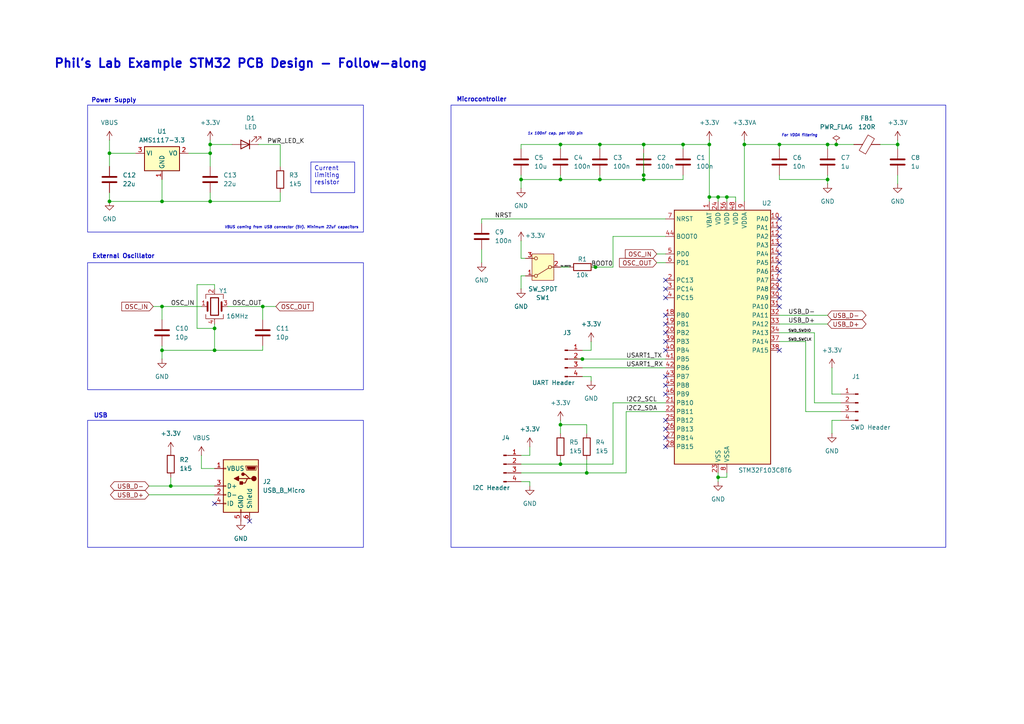
<source format=kicad_sch>
(kicad_sch (version 20231120) (generator "eeschema") (generator_version "8.0")
  (paper "A4")
  (title_block (title "Phil's Lab Example STM32 PCB Design - Follow-along") (date "2024-10-08") (rev "0.1") (company "Tudor Donca"))
  (lib_symbols
    (symbol "Connector:Conn_01x04_Pin" (pin_names (offset 1.016) hide)
      (property "Reference" "J" (at 0 5.08 0))
      (property "Value" "Conn_01x04_Pin" (at 0 -7.62 0))
      (symbol "Conn_01x04_Pin_1_1"
        (polyline (pts (xy 1.27 -5.08) (xy 0.8636 -5.08)) (stroke (width 0.1524)))
        (polyline (pts (xy 1.27 -2.54) (xy 0.8636 -2.54)) (stroke (width 0.1524)))
        (polyline (pts (xy 1.27 0) (xy 0.8636 0)) (stroke (width 0.1524)))
        (polyline (pts (xy 1.27 2.54) (xy 0.8636 2.54)) (stroke (width 0.1524)))
        (rectangle (start 0.8636 -4.953) (end 0 -5.207) (stroke (width 0.1524)) (fill (type outline)))
        (rectangle (start 0.8636 -2.413) (end 0 -2.667) (stroke (width 0.1524)) (fill (type outline)))
        (rectangle (start 0.8636 0.127) (end 0 -0.127) (stroke (width 0.1524)) (fill (type outline)))
        (rectangle (start 0.8636 2.667) (end 0 2.413) (stroke (width 0.1524)) (fill (type outline)))
        (pin passive line (at 5.08 2.54 180) (length 3.81) (name "Pin_1") (number "1"))
        (pin passive line (at 5.08 0 180) (length 3.81) (name "Pin_2") (number "2"))
        (pin passive line (at 5.08 -2.54 180) (length 3.81) (name "Pin_3") (number "3"))
        (pin passive line (at 5.08 -5.08 180) (length 3.81) (name "Pin_4") (number "4"))
      )
    )
    (symbol "Connector:USB_B_Micro" (pin_names (offset 1.016))
      (property "Reference" "J" (at -5.08 11.43 0))
      (property "Value" "USB_B_Micro" (at -5.08 8.89 0))
      (symbol "USB_B_Micro_0_1"
        (rectangle (start -5.08 -7.62) (end 5.08 7.62) (stroke (width 0.254)) (fill (type background)))
        (circle (center -3.81 2.159) (radius 0.635) (stroke (width 0.254)) (fill (type outline)))
        (circle (center -0.635 3.429) (radius 0.381) (stroke (width 0.254)) (fill (type outline)))
        (rectangle (start -0.127 -7.62) (end 0.127 -6.858))
        (polyline (pts (xy -1.905 2.159) (xy 0.635 2.159)) (stroke (width 0.254)))
        (polyline (pts (xy -3.175 2.159) (xy -2.54 2.159) (xy -1.27 3.429) (xy -0.635 3.429)) (stroke (width 0.254)))
        (polyline (pts (xy -2.54 2.159) (xy -1.905 2.159) (xy -1.27 0.889) (xy 0 0.889)) (stroke (width 0.254)))
        (polyline (pts (xy 0.635 2.794) (xy 0.635 1.524) (xy 1.905 2.159) (xy 0.635 2.794)) (stroke (width 0.254)) (fill (type outline)))
        (polyline (pts (xy -4.318 5.588) (xy -1.778 5.588) (xy -2.032 4.826) (xy -4.064 4.826) (xy -4.318 5.588)) (fill (type outline)))
        (polyline (pts (xy -4.699 5.842) (xy -4.699 5.588) (xy -4.445 4.826) (xy -4.445 4.572) (xy -1.651 4.572) (xy -1.651 4.826) (xy -1.397 5.588) (xy -1.397 5.842) (xy -4.699 5.842)))
        (rectangle (start 0.254 1.27) (end -0.508 0.508) (stroke (width 0.254)) (fill (type outline)))
        (rectangle (start 5.08 -5.207) (end 4.318 -4.953))
        (rectangle (start 5.08 -2.667) (end 4.318 -2.413))
        (rectangle (start 5.08 -0.127) (end 4.318 0.127))
        (rectangle (start 5.08 4.953) (end 4.318 5.207))
      )
      (symbol "USB_B_Micro_1_1"
        (pin power_out line (at 7.62 5.08 180) (length 2.54) (name "VBUS") (number "1"))
        (pin bidirectional line (at 7.62 -2.54 180) (length 2.54) (name "D-") (number "2"))
        (pin bidirectional line (at 7.62 0 180) (length 2.54) (name "D+") (number "3"))
        (pin passive line (at 7.62 -5.08 180) (length 2.54) (name "ID") (number "4"))
        (pin power_out line (at 0 -10.16 90) (length 2.54) (name "GND") (number "5"))
        (pin passive line (at -2.54 -10.16 90) (length 2.54) (name "Shield") (number "6"))
      )
    )
    (symbol "Device:C" (pin_numbers hide) (pin_names (offset 0.254))
      (property "Reference" "C" (at 0.635 2.54 0))
      (property "Value" "C" (at 0.635 -2.54 0))
      (symbol "C_0_1"
        (polyline (pts (xy -2.032 -0.762) (xy 2.032 -0.762)) (stroke (width 0.508)))
        (polyline (pts (xy -2.032 0.762) (xy 2.032 0.762)) (stroke (width 0.508)))
      )
      (symbol "C_1_1"
        (pin passive line (at 0 3.81 270) (length 2.794) (name "~") (number "1"))
        (pin passive line (at 0 -3.81 90) (length 2.794) (name "~") (number "2"))
      )
    )
    (symbol "Device:Crystal_GND24" (pin_names (offset 1.016) hide)
      (property "Reference" "Y" (at 3.175 5.08 0))
      (property "Value" "Crystal_GND24" (at 3.175 3.175 0))
      (symbol "Crystal_GND24_0_1"
        (rectangle (start -1.143 2.54) (end 1.143 -2.54) (stroke (width 0.3048)))
        (polyline (pts (xy -2.54 0) (xy -2.032 0)))
        (polyline (pts (xy -2.032 -1.27) (xy -2.032 1.27)) (stroke (width 0.508)))
        (polyline (pts (xy 0 -3.81) (xy 0 -3.556)))
        (polyline (pts (xy 0 3.556) (xy 0 3.81)))
        (polyline (pts (xy 2.032 -1.27) (xy 2.032 1.27)) (stroke (width 0.508)))
        (polyline (pts (xy 2.032 0) (xy 2.54 0)))
        (polyline (pts (xy -2.54 -2.286) (xy -2.54 -3.556) (xy 2.54 -3.556) (xy 2.54 -2.286)))
        (polyline (pts (xy -2.54 2.286) (xy -2.54 3.556) (xy 2.54 3.556) (xy 2.54 2.286)))
      )
      (symbol "Crystal_GND24_1_1"
        (pin passive line (at -3.81 0 0) (length 1.27) (name "1") (number "1"))
        (pin passive line (at 0 5.08 270) (length 1.27) (name "2") (number "2"))
        (pin passive line (at 3.81 0 180) (length 1.27) (name "3") (number "3"))
        (pin passive line (at 0 -5.08 90) (length 1.27) (name "4") (number "4"))
      )
    )
    (symbol "Device:FerriteBead" (pin_numbers hide) (pin_names (offset 0))
      (property "Reference" "FB" (at -3.81 0.635 90))
      (property "Value" "FerriteBead" (at 3.81 0 90))
      (symbol "FerriteBead_0_1"
        (polyline (pts (xy 0 -1.27) (xy 0 -1.2192)))
        (polyline (pts (xy 0 1.27) (xy 0 1.2954)))
        (polyline (pts (xy -2.7686 0.4064) (xy -1.7018 2.2606) (xy 2.7686 -0.3048) (xy 1.6764 -2.159) (xy -2.7686 0.4064)))
      )
      (symbol "FerriteBead_1_1"
        (pin passive line (at 0 3.81 270) (length 2.54) (name "~") (number "1"))
        (pin passive line (at 0 -3.81 90) (length 2.54) (name "~") (number "2"))
      )
    )
    (symbol "Device:LED" (pin_numbers hide) (pin_names (offset 1.016) hide)
      (property "Reference" "D" (at 0 2.54 0))
      (property "Value" "LED" (at 0 -2.54 0))
      (symbol "LED_0_1"
        (polyline (pts (xy -1.27 -1.27) (xy -1.27 1.27)) (stroke (width 0.254)))
        (polyline (pts (xy -1.27 0) (xy 1.27 0)))
        (polyline (pts (xy 1.27 -1.27) (xy 1.27 1.27) (xy -1.27 0) (xy 1.27 -1.27)) (stroke (width 0.254)))
        (polyline (pts (xy -3.048 -0.762) (xy -4.572 -2.286) (xy -3.81 -2.286) (xy -4.572 -2.286) (xy -4.572 -1.524)))
        (polyline (pts (xy -1.778 -0.762) (xy -3.302 -2.286) (xy -2.54 -2.286) (xy -3.302 -2.286) (xy -3.302 -1.524)))
      )
      (symbol "LED_1_1"
        (pin passive line (at -3.81 0 0) (length 2.54) (name "K") (number "1"))
        (pin passive line (at 3.81 0 180) (length 2.54) (name "A") (number "2"))
      )
    )
    (symbol "Device:R" (pin_numbers hide) (pin_names (offset 0))
      (property "Reference" "R" (at 2.032 0 90))
      (property "Value" "R" (at 0 0 90))
      (symbol "R_0_1"
        (rectangle (start -1.016 -2.54) (end 1.016 2.54) (stroke (width 0.254)))
      )
      (symbol "R_1_1"
        (pin passive line (at 0 3.81 270) (length 1.27) (name "~") (number "1"))
        (pin passive line (at 0 -3.81 90) (length 1.27) (name "~") (number "2"))
      )
    )
    (symbol "MCU_ST_STM32F1:STM32F103C8Tx"
      (property "Reference" "U" (at -12.7 39.37 0))
      (property "Value" "STM32F103C8Tx" (at 10.16 39.37 0))
      (symbol "STM32F103C8Tx_0_1"
        (rectangle (start -12.7 -35.56) (end 15.24 38.1) (stroke (width 0.254)) (fill (type background)))
      )
      (symbol "STM32F103C8Tx_1_1"
        (pin power_in line (at -2.54 40.64 270) (length 2.54) (name "VBAT") (number "1"))
        (pin bidirectional line (at 17.78 35.56 180) (length 2.54) (name "PA0") (number "10"))
        (pin bidirectional line (at 17.78 33.02 180) (length 2.54) (name "PA1") (number "11"))
        (pin bidirectional line (at 17.78 30.48 180) (length 2.54) (name "PA2") (number "12"))
        (pin bidirectional line (at 17.78 27.94 180) (length 2.54) (name "PA3") (number "13"))
        (pin bidirectional line (at 17.78 25.4 180) (length 2.54) (name "PA4") (number "14"))
        (pin bidirectional line (at 17.78 22.86 180) (length 2.54) (name "PA5") (number "15"))
        (pin bidirectional line (at 17.78 20.32 180) (length 2.54) (name "PA6") (number "16"))
        (pin bidirectional line (at 17.78 17.78 180) (length 2.54) (name "PA7") (number "17"))
        (pin bidirectional line (at -15.24 7.62 0) (length 2.54) (name "PB0") (number "18"))
        (pin bidirectional line (at -15.24 5.08 0) (length 2.54) (name "PB1") (number "19"))
        (pin bidirectional line (at -15.24 17.78 0) (length 2.54) (name "PC13") (number "2"))
        (pin bidirectional line (at -15.24 2.54 0) (length 2.54) (name "PB2") (number "20"))
        (pin bidirectional line (at -15.24 -17.78 0) (length 2.54) (name "PB10") (number "21"))
        (pin bidirectional line (at -15.24 -20.32 0) (length 2.54) (name "PB11") (number "22"))
        (pin power_in line (at 0 -38.1 90) (length 2.54) (name "VSS") (number "23"))
        (pin power_in line (at 0 40.64 270) (length 2.54) (name "VDD") (number "24"))
        (pin bidirectional line (at -15.24 -22.86 0) (length 2.54) (name "PB12") (number "25"))
        (pin bidirectional line (at -15.24 -25.4 0) (length 2.54) (name "PB13") (number "26"))
        (pin bidirectional line (at -15.24 -27.94 0) (length 2.54) (name "PB14") (number "27"))
        (pin bidirectional line (at -15.24 -30.48 0) (length 2.54) (name "PB15") (number "28"))
        (pin bidirectional line (at 17.78 15.24 180) (length 2.54) (name "PA8") (number "29"))
        (pin bidirectional line (at -15.24 15.24 0) (length 2.54) (name "PC14") (number "3"))
        (pin bidirectional line (at 17.78 12.7 180) (length 2.54) (name "PA9") (number "30"))
        (pin bidirectional line (at 17.78 10.16 180) (length 2.54) (name "PA10") (number "31"))
        (pin bidirectional line (at 17.78 7.62 180) (length 2.54) (name "PA11") (number "32"))
        (pin bidirectional line (at 17.78 5.08 180) (length 2.54) (name "PA12") (number "33"))
        (pin bidirectional line (at 17.78 2.54 180) (length 2.54) (name "PA13") (number "34"))
        (pin passive line (at 0 -38.1 90) (length 2.54) hide (name "VSS") (number "35"))
        (pin power_in line (at 2.54 40.64 270) (length 2.54) (name "VDD") (number "36"))
        (pin bidirectional line (at 17.78 0 180) (length 2.54) (name "PA14") (number "37"))
        (pin bidirectional line (at 17.78 -2.54 180) (length 2.54) (name "PA15") (number "38"))
        (pin bidirectional line (at -15.24 0 0) (length 2.54) (name "PB3") (number "39"))
        (pin bidirectional line (at -15.24 12.7 0) (length 2.54) (name "PC15") (number "4"))
        (pin bidirectional line (at -15.24 -2.54 0) (length 2.54) (name "PB4") (number "40"))
        (pin bidirectional line (at -15.24 -5.08 0) (length 2.54) (name "PB5") (number "41"))
        (pin bidirectional line (at -15.24 -7.62 0) (length 2.54) (name "PB6") (number "42"))
        (pin bidirectional line (at -15.24 -10.16 0) (length 2.54) (name "PB7") (number "43"))
        (pin input line (at -15.24 30.48 0) (length 2.54) (name "BOOT0") (number "44"))
        (pin bidirectional line (at -15.24 -12.7 0) (length 2.54) (name "PB8") (number "45"))
        (pin bidirectional line (at -15.24 -15.24 0) (length 2.54) (name "PB9") (number "46"))
        (pin passive line (at 0 -38.1 90) (length 2.54) hide (name "VSS") (number "47"))
        (pin power_in line (at 5.08 40.64 270) (length 2.54) (name "VDD") (number "48"))
        (pin bidirectional line (at -15.24 25.4 0) (length 2.54) (name "PD0") (number "5"))
        (pin bidirectional line (at -15.24 22.86 0) (length 2.54) (name "PD1") (number "6"))
        (pin input line (at -15.24 35.56 0) (length 2.54) (name "NRST") (number "7"))
        (pin power_in line (at 2.54 -38.1 90) (length 2.54) (name "VSSA") (number "8"))
        (pin power_in line (at 7.62 40.64 270) (length 2.54) (name "VDDA") (number "9"))
      )
    )
    (symbol "Regulator_Linear:AMS1117-3.3"
      (property "Reference" "U" (at -3.81 3.175 0))
      (property "Value" "AMS1117-3.3" (at 0 3.175 0))
      (symbol "AMS1117-3.3_0_1"
        (rectangle (start -5.08 -5.08) (end 5.08 1.905) (stroke (width 0.254)) (fill (type background)))
      )
      (symbol "AMS1117-3.3_1_1"
        (pin power_in line (at 0 -7.62 90) (length 2.54) (name "GND") (number "1"))
        (pin power_out line (at 7.62 0 180) (length 2.54) (name "VO") (number "2"))
        (pin power_in line (at -7.62 0 0) (length 2.54) (name "VI") (number "3"))
      )
    )
    (symbol "Switch:SW_SPDT" (pin_names (offset 0) hide)
      (property "Reference" "SW" (at 0 5.08 0))
      (property "Value" "SW_SPDT" (at 0 -5.08 0))
      (symbol "SW_SPDT_0_1"
        (circle (center -2.032 0) (radius 0.4572))
        (polyline (pts (xy -1.651 0.254) (xy 1.651 2.286)))
        (circle (center 2.032 -2.54) (radius 0.4572))
        (circle (center 2.032 2.54) (radius 0.4572))
      )
      (symbol "SW_SPDT_1_1"
        (rectangle (start -3.175 3.81) (end 3.175 -3.81) (fill (type background)))
        (pin passive line (at 5.08 2.54 180) (length 2.54) (name "A") (number "1"))
        (pin passive line (at -5.08 0 0) (length 2.54) (name "B") (number "2"))
        (pin passive line (at 5.08 -2.54 180) (length 2.54) (name "C") (number "3"))
      )
    )
    (symbol "power:+3.3V" (power) (pin_numbers hide) (pin_names (offset 0) hide)
      (property "Value" "+3.3V" (at 0 3.556 0))
      (symbol "+3.3V_0_1"
        (polyline (pts (xy -0.762 1.27) (xy 0 2.54)))
        (polyline (pts (xy 0 0) (xy 0 2.54)))
        (polyline (pts (xy 0 2.54) (xy 0.762 1.27)))
      )
      (symbol "+3.3V_1_1"
        (pin power_in line (at 0 0 90) (length 0) (name "~") (number "1"))
      )
    )
    (symbol "power:+3.3VA" (power) (pin_numbers hide) (pin_names (offset 0) hide)
      (property "Value" "+3.3VA" (at 0 3.556 0))
      (symbol "+3.3VA_0_1"
        (polyline (pts (xy -0.762 1.27) (xy 0 2.54)))
        (polyline (pts (xy 0 0) (xy 0 2.54)))
        (polyline (pts (xy 0 2.54) (xy 0.762 1.27)))
      )
      (symbol "+3.3VA_1_1"
        (pin power_in line (at 0 0 90) (length 0) (name "~") (number "1"))
      )
    )
    (symbol "power:GND" (power) (pin_numbers hide) (pin_names (offset 0) hide)
      (property "Value" "GND" (at 0 -3.81 0))
      (symbol "GND_0_1"
        (polyline (pts (xy 0 0) (xy 0 -1.27) (xy 1.27 -1.27) (xy 0 -2.54) (xy -1.27 -1.27) (xy 0 -1.27)))
      )
      (symbol "GND_1_1"
        (pin power_in line (at 0 0 270) (length 0) (name "~") (number "1"))
      )
    )
    (symbol "power:PWR_FLAG" (power) (pin_numbers hide) (pin_names (offset 0) hide)
      (property "Value" "PWR_FLAG" (at 0 3.81 0))
      (symbol "PWR_FLAG_0_0"
        (pin power_out line (at 0 0 90) (length 0) (name "~") (number "1"))
      )
      (symbol "PWR_FLAG_0_1"
        (polyline (pts (xy 0 0) (xy 0 1.27) (xy -1.016 1.905) (xy 0 2.54) (xy 1.016 1.905) (xy 0 1.27)))
      )
    )
    (symbol "power:VBUS" (power) (pin_numbers hide) (pin_names (offset 0) hide)
      (property "Value" "VBUS" (at 0 3.556 0))
      (symbol "VBUS_0_1"
        (polyline (pts (xy -0.762 1.27) (xy 0 2.54)))
        (polyline (pts (xy 0 0) (xy 0 2.54)))
        (polyline (pts (xy 0 2.54) (xy 0.762 1.27)))
      )
      (symbol "VBUS_1_1"
        (pin power_in line (at 0 0 90) (length 0) (name "~") (number "1"))
      )
    )
  )
  (junction (at 162.56 41.91))
  (junction (at 62.23 101.6))
  (junction (at 62.23 95.25))
  (junction (at 46.99 58.42))
  (junction (at 205.74 57.15))
  (junction (at 210.82 57.15))
  (junction (at 60.96 41.91))
  (junction (at 31.75 44.45))
  (junction (at 226.06 41.91))
  (junction (at 162.56 52.07))
  (junction (at 173.99 41.91))
  (junction (at 186.69 52.07))
  (junction (at 168.91 104.14))
  (junction (at 186.69 41.91))
  (junction (at 162.56 123.19))
  (junction (at 240.03 41.91))
  (junction (at 240.03 52.07))
  (junction (at 162.56 134.62))
  (junction (at 46.99 101.6))
  (junction (at 31.75 58.42))
  (junction (at 215.9 41.91))
  (junction (at 60.96 58.42))
  (junction (at 76.2 88.9))
  (junction (at 205.74 41.91))
  (junction (at 173.99 52.07))
  (junction (at 208.28 57.15))
  (junction (at 208.28 138.43))
  (junction (at 198.12 41.91))
  (junction (at 172.72 77.47))
  (junction (at 260.35 41.91))
  (junction (at 170.18 137.16))
  (junction (at 49.53 140.97))
  (junction (at 60.96 44.45))
  (junction (at 151.13 52.07))
  (junction (at 242.57 41.91))
  (junction (at 46.99 88.9))
  (junction (at 186.69 50.8))
  (no_connect (at 193.04 109.22))
  (no_connect (at 226.06 76.2))
  (no_connect (at 226.06 71.12))
  (no_connect (at 226.06 81.28))
  (no_connect (at 226.06 88.9))
  (no_connect (at 226.06 86.36))
  (no_connect (at 226.06 68.58))
  (no_connect (at 193.04 83.82))
  (no_connect (at 193.04 81.28))
  (no_connect (at 72.39 151.13))
  (no_connect (at 62.23 146.05))
  (no_connect (at 193.04 99.06))
  (no_connect (at 226.06 63.5))
  (no_connect (at 193.04 124.46))
  (no_connect (at 226.06 101.6))
  (no_connect (at 193.04 127))
  (no_connect (at 226.06 73.66))
  (no_connect (at 193.04 129.54))
  (no_connect (at 193.04 101.6))
  (no_connect (at 226.06 78.74))
  (no_connect (at 193.04 121.92))
  (no_connect (at 193.04 114.3))
  (no_connect (at 193.04 93.98))
  (no_connect (at 226.06 83.82))
  (no_connect (at 193.04 86.36))
  (no_connect (at 193.04 96.52))
  (no_connect (at 193.04 111.76))
  (no_connect (at 226.06 66.04))
  (no_connect (at 193.04 91.44))
  (wire (pts (xy 205.74 40.64) (xy 205.74 41.91)))
  (wire (pts (xy 210.82 138.43) (xy 210.82 137.16)))
  (wire (pts (xy 215.9 41.91) (xy 226.06 41.91)))
  (wire (pts (xy 62.23 135.89) (xy 58.42 135.89)))
  (wire (pts (xy 31.75 44.45) (xy 39.37 44.45)))
  (wire (pts (xy 60.96 41.91) (xy 60.96 44.45)))
  (wire (pts (xy 171.45 109.22) (xy 168.91 109.22)))
  (wire (pts (xy 62.23 93.98) (xy 62.23 95.25)))
  (wire (pts (xy 153.67 140.97) (xy 153.67 139.7)))
  (wire (pts (xy 162.56 121.92) (xy 162.56 123.19)))
  (wire (pts (xy 170.18 125.73) (xy 170.18 123.19)))
  (wire (pts (xy 57.15 95.25) (xy 62.23 95.25)))
  (wire (pts (xy 190.5 76.2) (xy 193.04 76.2)))
  (wire (pts (xy 46.99 58.42) (xy 60.96 58.42)))
  (wire (pts (xy 57.15 82.55) (xy 57.15 95.25)))
  (wire (pts (xy 31.75 40.64) (xy 31.75 44.45)))
  (wire (pts (xy 46.99 88.9) (xy 58.42 88.9)))
  (wire (pts (xy 151.13 80.01) (xy 151.13 83.82)))
  (wire (pts (xy 31.75 55.88) (xy 31.75 58.42)))
  (wire (pts (xy 170.18 133.35) (xy 170.18 137.16)))
  (wire (pts (xy 241.3 125.73) (xy 241.3 121.92)))
  (wire (pts (xy 226.06 96.52) (xy 236.22 96.52)))
  (wire (pts (xy 260.35 50.8) (xy 260.35 53.34)))
  (wire (pts (xy 198.12 52.07) (xy 198.12 50.8)))
  (wire (pts (xy 208.28 138.43) (xy 208.28 137.16)))
  (wire (pts (xy 168.91 104.14) (xy 193.04 104.14)))
  (wire (pts (xy 226.06 91.44) (xy 240.03 91.44)))
  (wire (pts (xy 208.28 138.43) (xy 208.28 139.7)))
  (wire (pts (xy 173.99 41.91) (xy 173.99 43.18)))
  (wire (pts (xy 236.22 116.84) (xy 243.84 116.84)))
  (wire (pts (xy 162.56 77.47) (xy 165.1 77.47)))
  (wire (pts (xy 208.28 57.15) (xy 210.82 57.15)))
  (wire (pts (xy 242.57 41.91) (xy 247.65 41.91)))
  (wire (pts (xy 162.56 41.91) (xy 162.56 43.18)))
  (wire (pts (xy 233.68 99.06) (xy 233.68 119.38)))
  (wire (pts (xy 62.23 101.6) (xy 46.99 101.6)))
  (wire (pts (xy 168.91 106.68) (xy 193.04 106.68)))
  (wire (pts (xy 49.53 140.97) (xy 62.23 140.97)))
  (wire (pts (xy 168.91 101.6) (xy 171.45 101.6)))
  (wire (pts (xy 198.12 41.91) (xy 198.12 43.18)))
  (wire (pts (xy 198.12 41.91) (xy 205.74 41.91)))
  (wire (pts (xy 226.06 99.06) (xy 233.68 99.06)))
  (wire (pts (xy 241.3 114.3) (xy 241.3 106.68)))
  (wire (pts (xy 255.27 41.91) (xy 260.35 41.91)))
  (wire (pts (xy 31.75 48.26) (xy 31.75 44.45)))
  (wire (pts (xy 170.18 123.19) (xy 162.56 123.19)))
  (wire (pts (xy 76.2 100.33) (xy 76.2 101.6)))
  (wire (pts (xy 177.8 77.47) (xy 177.8 68.58)))
  (wire (pts (xy 81.28 41.91) (xy 74.93 41.91)))
  (wire (pts (xy 43.18 143.51) (xy 62.23 143.51)))
  (wire (pts (xy 172.72 77.47) (xy 177.8 77.47)))
  (wire (pts (xy 81.28 58.42) (xy 60.96 58.42)))
  (wire (pts (xy 151.13 52.07) (xy 151.13 54.61)))
  (wire (pts (xy 162.56 41.91) (xy 173.99 41.91)))
  (wire (pts (xy 181.61 119.38) (xy 181.61 137.16)))
  (wire (pts (xy 153.67 132.08) (xy 153.67 129.54)))
  (wire (pts (xy 151.13 41.91) (xy 162.56 41.91)))
  (wire (pts (xy 46.99 101.6) (xy 46.99 104.14)))
  (wire (pts (xy 210.82 57.15) (xy 213.36 57.15)))
  (wire (pts (xy 171.45 101.6) (xy 171.45 99.06)))
  (wire (pts (xy 210.82 57.15) (xy 210.82 58.42)))
  (wire (pts (xy 139.7 64.77) (xy 139.7 63.5)))
  (wire (pts (xy 46.99 52.07) (xy 46.99 58.42)))
  (wire (pts (xy 31.75 58.42) (xy 46.99 58.42)))
  (wire (pts (xy 240.03 41.91) (xy 240.03 43.18)))
  (wire (pts (xy 177.8 134.62) (xy 162.56 134.62)))
  (wire (pts (xy 181.61 137.16) (xy 170.18 137.16)))
  (wire (pts (xy 236.22 96.52) (xy 236.22 116.84)))
  (wire (pts (xy 151.13 74.93) (xy 151.13 69.85)))
  (wire (pts (xy 46.99 92.71) (xy 46.99 88.9)))
  (wire (pts (xy 215.9 41.91) (xy 215.9 58.42)))
  (wire (pts (xy 171.45 77.47) (xy 172.72 77.47)))
  (wire (pts (xy 208.28 138.43) (xy 210.82 138.43)))
  (wire (pts (xy 215.9 40.64) (xy 215.9 41.91)))
  (wire (pts (xy 186.69 41.91) (xy 186.69 43.18)))
  (wire (pts (xy 54.61 44.45) (xy 60.96 44.45)))
  (wire (pts (xy 181.61 119.38) (xy 193.04 119.38)))
  (wire (pts (xy 162.56 123.19) (xy 162.56 125.73)))
  (wire (pts (xy 60.96 41.91) (xy 67.31 41.91)))
  (wire (pts (xy 226.06 50.8) (xy 226.06 52.07)))
  (wire (pts (xy 208.28 57.15) (xy 208.28 58.42)))
  (wire (pts (xy 260.35 41.91) (xy 260.35 43.18)))
  (wire (pts (xy 76.2 88.9) (xy 80.01 88.9)))
  (wire (pts (xy 190.5 73.66) (xy 193.04 73.66)))
  (wire (pts (xy 49.53 138.43) (xy 49.53 140.97)))
  (wire (pts (xy 66.04 88.9) (xy 76.2 88.9)))
  (wire (pts (xy 139.7 72.39) (xy 139.7 76.2)))
  (wire (pts (xy 177.8 116.84) (xy 193.04 116.84)))
  (wire (pts (xy 240.03 52.07) (xy 226.06 52.07)))
  (wire (pts (xy 166.37 104.14) (xy 168.91 104.14)))
  (wire (pts (xy 205.74 41.91) (xy 205.74 57.15)))
  (wire (pts (xy 240.03 41.91) (xy 242.57 41.91)))
  (wire (pts (xy 151.13 132.08) (xy 153.67 132.08)))
  (wire (pts (xy 43.18 140.97) (xy 49.53 140.97)))
  (wire (pts (xy 81.28 55.88) (xy 81.28 58.42)))
  (wire (pts (xy 62.23 95.25) (xy 62.23 101.6)))
  (wire (pts (xy 162.56 52.07) (xy 173.99 52.07)))
  (wire (pts (xy 151.13 52.07) (xy 151.13 50.8)))
  (wire (pts (xy 60.96 40.64) (xy 60.96 41.91)))
  (wire (pts (xy 173.99 41.91) (xy 186.69 41.91)))
  (wire (pts (xy 170.18 137.16) (xy 151.13 137.16)))
  (wire (pts (xy 139.7 63.5) (xy 193.04 63.5)))
  (wire (pts (xy 226.06 93.98) (xy 240.03 93.98)))
  (wire (pts (xy 186.69 41.91) (xy 198.12 41.91)))
  (wire (pts (xy 233.68 119.38) (xy 243.84 119.38)))
  (wire (pts (xy 177.8 116.84) (xy 177.8 134.62)))
  (wire (pts (xy 76.2 88.9) (xy 76.2 92.71)))
  (wire (pts (xy 240.03 52.07) (xy 240.03 53.34)))
  (wire (pts (xy 241.3 121.92) (xy 243.84 121.92)))
  (wire (pts (xy 213.36 58.42) (xy 213.36 57.15)))
  (wire (pts (xy 205.74 57.15) (xy 208.28 57.15)))
  (wire (pts (xy 205.74 57.15) (xy 205.74 58.42)))
  (wire (pts (xy 186.69 44.45) (xy 186.69 50.8)))
  (wire (pts (xy 186.69 52.07) (xy 198.12 52.07)))
  (wire (pts (xy 173.99 52.07) (xy 173.99 50.8)))
  (wire (pts (xy 60.96 44.45) (xy 60.96 48.26)))
  (wire (pts (xy 44.45 88.9) (xy 46.99 88.9)))
  (wire (pts (xy 81.28 48.26) (xy 81.28 41.91)))
  (wire (pts (xy 152.4 80.01) (xy 151.13 80.01)))
  (wire (pts (xy 240.03 50.8) (xy 240.03 52.07)))
  (wire (pts (xy 162.56 52.07) (xy 162.56 50.8)))
  (wire (pts (xy 58.42 135.89) (xy 58.42 132.08)))
  (wire (pts (xy 60.96 55.88) (xy 60.96 58.42)))
  (wire (pts (xy 186.69 52.07) (xy 186.69 50.8)))
  (wire (pts (xy 241.3 114.3) (xy 243.84 114.3)))
  (wire (pts (xy 162.56 134.62) (xy 151.13 134.62)))
  (wire (pts (xy 260.35 40.64) (xy 260.35 41.91)))
  (wire (pts (xy 151.13 41.91) (xy 151.13 43.18)))
  (wire (pts (xy 62.23 83.82) (xy 62.23 82.55)))
  (wire (pts (xy 171.45 110.49) (xy 171.45 109.22)))
  (wire (pts (xy 62.23 82.55) (xy 57.15 82.55)))
  (wire (pts (xy 162.56 133.35) (xy 162.56 134.62)))
  (wire (pts (xy 151.13 74.93) (xy 152.4 74.93)))
  (wire (pts (xy 226.06 41.91) (xy 226.06 43.18)))
  (wire (pts (xy 76.2 101.6) (xy 62.23 101.6)))
  (wire (pts (xy 226.06 41.91) (xy 240.03 41.91)))
  (wire (pts (xy 173.99 52.07) (xy 186.69 52.07)))
  (wire (pts (xy 151.13 52.07) (xy 162.56 52.07)))
  (wire (pts (xy 177.8 68.58) (xy 193.04 68.58)))
  (wire (pts (xy 46.99 100.33) (xy 46.99 101.6)))
  (wire (pts (xy 153.67 139.7) (xy 151.13 139.7)))
  (rectangle (start 25.4 121.92) (end 105.41 158.75))
  (rectangle (start 130.81 30.48) (end 274.32 158.75))
  (rectangle (start 25.4 76.2) (end 105.41 113.03))
  (rectangle (start 25.4 30.48) (end 105.41 67.31))
  (text_box "Current limiting resistor" (at 90.17 46.99 0) (size 12.7 8.89) (effects (font (size 1.27 1.27)) (justify left top)))
  (text "USB" (at 29.21 120.65 0) (effects (font (size 1.27 1.27) (bold yes))))
  (text "1x 100nF cap. per VDD pin" (at 161.036 38.862 0) (effects (font (size 0.762 0.762) (italic yes))))
  (text "External Oscillator" (at 35.814 74.422 0) (effects (font (size 1.27 1.27) (bold yes))))
  (text "Microcontroller" (at 139.7 28.956 0) (effects (font (size 1.27 1.27) (bold yes))))
  (text "For VDDA filtering" (at 231.902 39.37 0) (effects (font (size 0.762 0.762) (italic yes))))
  (text "VBUS coming from USB connector (5V). Minimum 22uF capacitors" (at 84.582 66.04 0) (effects (font (size 0.762 0.762) (italic yes))))
  (text "Power Supply" (at 33.02 29.21 0) (effects (font (size 1.27 1.27) (thickness 0.254) (bold yes))))
  (text "Phil's Lab Example STM32 PCB Design - Follow-along" (at 69.85 18.542 0) (effects (font (size 2.54 2.54) (bold yes))))
  (label "PWR_LED_K" (at 77.47 41.91 0))
  (label "SW_BOOT0" (at 162.56 77.47 0) (effects (font (size 0.381 0.381))))
  (label "OSC_IN" (at 49.53 88.9 0))
  (label "I2C2_SCL" (at 181.61 116.84 0))
  (label "USART1_RX" (at 181.61 106.68 0))
  (label "USART1_TX" (at 181.61 104.14 0))
  (label "USB_D+" (at 228.6 93.98 0))
  (label "I2C2_SDA" (at 181.61 119.38 0))
  (label "SWD_SWCLK" (at 228.6 99.06 0) (effects (font (size 0.762 0.762))))
  (label "SWD_SWDIO" (at 228.6 96.52 0) (effects (font (size 0.762 0.762))))
  (label "BOOT0" (at 171.45 77.47 0))
  (label "NRST" (at 143.51 63.5 0))
  (label "USB_D-" (at 228.6 91.44 0))
  (label "OSC_OUT" (at 67.31 88.9 0))
  (global_label "OSC_OUT" (shape input) (at 80.01 88.9 0) (property "Intersheetrefs" "${INTERSHEET_REFS}" (effects (hide yes))))
  (global_label "USB_D+" (shape bidirectional) (at 43.18 143.51 180) (property "Intersheetrefs" "${INTERSHEET_REFS}" (effects (hide yes))))
  (global_label "USB_D-" (shape bidirectional) (at 240.03 91.44 0) (property "Intersheetrefs" "${INTERSHEET_REFS}" (effects (hide yes))))
  (global_label "USB_D+" (shape bidirectional) (at 240.03 93.98 0) (property "Intersheetrefs" "${INTERSHEET_REFS}" (effects (hide yes))))
  (global_label "OSC_IN" (shape input) (at 44.45 88.9 180) (property "Intersheetrefs" "${INTERSHEET_REFS}" (effects (hide yes))))
  (global_label "USB_D-" (shape bidirectional) (at 43.18 140.97 180) (property "Intersheetrefs" "${INTERSHEET_REFS}" (effects (hide yes))))
  (global_label "OSC_IN" (shape input) (at 190.5 73.66 180) (property "Intersheetrefs" "${INTERSHEET_REFS}" (effects (hide yes))))
  (global_label "OSC_OUT" (shape input) (at 190.5 76.2 180) (property "Intersheetrefs" "${INTERSHEET_REFS}" (effects (hide yes))))
  (symbol (lib_id "power:VBUS") (at 58.42 132.08 0) (unit 1)
    (property "Reference" "#PWR015" (effects (hide yes)))
    (property "Value" "VBUS" (at 58.42 127 0))
    (property "Description" "Power symbol creates a global label with name \"VBUS\"" (effects (hide yes)))
  )
  (symbol (lib_id "power:GND") (at 151.13 54.61 0) (unit 1)
    (property "Reference" "#PWR03" (effects (hide yes)))
    (property "Value" "GND" (at 151.13 59.69 0))
    (property "Description" "Power symbol creates a global label with name \"GND\" , ground" (effects (hide yes)))
  )
  (symbol (lib_id "Device:R") (at 168.91 77.47 90) (unit 1)
    (property "Reference" "R1" (at 168.91 75.184 90))
    (property "Value" "10k" (at 168.91 79.756 90))
    (property "Footprint" "Resistor_SMD:R_0402_1005Metric" (effects (hide yes)))
    (property "Description" "Resistor" (effects (hide yes)))
  )
  (symbol (lib_id "Connector:Conn_01x04_Pin") (at 248.92 116.84 0) (mirror y) (unit 1)
    (property "Reference" "J1" (at 248.285 109.22 0))
    (property "Value" "SWD Header" (at 252.476 123.952 0))
    (property "Footprint" "Connector_PinHeader_2.54mm:PinHeader_1x04_P2.54mm_Vertical" (effects (hide yes)))
    (property "Description" "Generic connector, single row, 01x04, script generated" (effects (hide yes)))
  )
  (symbol (lib_id "Device:R") (at 170.18 129.54 0) (unit 1)
    (property "Reference" "R4" (at 172.72 128.2699 0) (effects (justify left)))
    (property "Value" "1k5" (at 172.72 130.8099 0) (effects (justify left)))
    (property "Footprint" "Resistor_SMD:R_0402_1005Metric" (effects (hide yes)))
    (property "Description" "Resistor" (effects (hide yes)))
  )
  (symbol (lib_id "power:GND") (at 69.85 151.13 0) (unit 1)
    (property "Reference" "#PWR014" (effects (hide yes)))
    (property "Value" "GND" (at 69.85 156.21 0))
    (property "Description" "Power symbol creates a global label with name \"GND\" , ground" (effects (hide yes)))
  )
  (symbol (lib_id "Device:C") (at 139.7 68.58 0) (unit 1)
    (property "Reference" "C9" (at 143.51 67.3099 0) (effects (justify left)))
    (property "Value" "100n" (at 143.51 69.8499 0) (effects (justify left)))
    (property "Footprint" "Capacitor_SMD:C_0402_1005Metric" (effects (hide yes)))
    (property "Description" "Unpolarized capacitor" (effects (hide yes)))
  )
  (symbol (lib_id "Device:C") (at 186.69 46.99 0) (unit 1)
    (property "Reference" "C2" (at 190.5 45.7199 0) (effects (justify left)))
    (property "Value" "100n" (at 190.5 48.2599 0) (effects (justify left)))
    (property "Footprint" "Capacitor_SMD:C_0402_1005Metric" (effects (hide yes)))
    (property "Description" "Unpolarized capacitor" (effects (hide yes)))
  )
  (symbol (lib_id "Connector:Conn_01x04_Pin") (at 146.05 134.62 0) (unit 1)
    (property "Reference" "J4" (at 146.685 127 0))
    (property "Value" "I2C Header" (at 142.494 141.478 0))
    (property "Footprint" "Connector_PinHeader_2.54mm:PinHeader_1x04_P2.54mm_Vertical" (effects (hide yes)))
    (property "Description" "Generic connector, single row, 01x04, script generated" (effects (hide yes)))
  )
  (symbol (lib_id "Device:C") (at 198.12 46.99 0) (unit 1)
    (property "Reference" "C1" (at 201.93 45.7199 0) (effects (justify left)))
    (property "Value" "100n" (at 201.93 48.2599 0) (effects (justify left)))
    (property "Footprint" "Capacitor_SMD:C_0402_1005Metric" (effects (hide yes)))
    (property "Description" "Unpolarized capacitor" (effects (hide yes)))
  )
  (symbol (lib_id "Switch:SW_SPDT") (at 157.48 77.47 180) (unit 1)
    (property "Reference" "SW1" (at 157.48 86.36 0))
    (property "Value" "SW_SPDT" (at 157.48 83.82 0))
    (property "Footprint" "Button_Switch_THT:SW_E-Switch_EG1224_SPDT_Angled" (effects (hide yes)))
    (property "Description" "Switch, single pole double throw" (effects (hide yes)))
  )
  (symbol (lib_id "Connector:USB_B_Micro") (at 69.85 140.97 0) (mirror y) (unit 1)
    (property "Reference" "J2" (at 76.2 139.6999 0) (effects (justify right)))
    (property "Value" "USB_B_Micro" (at 76.2 142.2399 0) (effects (justify right)))
    (property "Footprint" "Connector_USB:USB_Micro-B_Wuerth_629105150521" (effects (hide yes)))
    (property "Description" "USB Micro Type B connector" (effects (hide yes)))
  )
  (symbol (lib_id "Regulator_Linear:AMS1117-3.3") (at 46.99 44.45 0) (unit 1)
    (property "Reference" "U1" (at 46.99 38.1 0))
    (property "Value" "AMS1117-3.3" (at 46.99 40.64 0))
    (property "Footprint" "Package_TO_SOT_SMD:SOT-223-3_TabPin2" (effects (hide yes)))
    (property "Datasheet" "http://www.advanced-monolithic.com/pdf/ds1117.pdf" (effects (hide yes)))
    (property "Description" "1A Low Dropout regulator, positive, 3.3V fixed output, SOT-223" (effects (hide yes)))
  )
  (symbol (lib_id "MCU_ST_STM32F1:STM32F103C8Tx") (at 208.28 99.06 0) (unit 1)
    (property "Reference" "U2" (at 220.98 58.928 0) (effects (justify left)))
    (property "Value" "STM32F103C8T6" (at 214.122 136.398 0) (effects (justify left)))
    (property "Footprint" "Package_QFP:LQFP-48_7x7mm_P0.5mm" (effects (hide yes)))
    (property "Datasheet" "https://www.st.com/resource/en/datasheet/stm32f103c8.pdf" (effects (hide yes)))
    (property "Description" "STMicroelectronics Arm Cortex-M3 MCU, 64KB flash, 20KB RAM, 72 MHz, 2.0-3.6V, 37 GPIO, LQFP48" (effects (hide yes)))
  )
  (symbol (lib_id "power:+3.3VA") (at 215.9 40.64 0) (unit 1)
    (property "Reference" "#PWR04" (effects (hide yes)))
    (property "Value" "+3.3VA" (at 215.9 35.56 0))
    (property "Description" "Power symbol creates a global label with name \"+3.3VA\"" (effects (hide yes)))
  )
  (symbol (lib_id "Device:R") (at 162.56 129.54 0) (unit 1)
    (property "Reference" "R5" (at 165.1 128.2699 0) (effects (justify left)))
    (property "Value" "1k5" (at 165.1 130.8099 0) (effects (justify left)))
    (property "Footprint" "Resistor_SMD:R_0402_1005Metric" (effects (hide yes)))
    (property "Description" "Resistor" (effects (hide yes)))
  )
  (symbol (lib_id "Device:C") (at 31.75 52.07 0) (unit 1)
    (property "Reference" "C12" (at 35.56 50.7999 0) (effects (justify left)))
    (property "Value" "22u" (at 35.56 53.3399 0) (effects (justify left)))
    (property "Footprint" "Capacitor_SMD:C_0805_2012Metric" (effects (hide yes)))
    (property "Description" "Unpolarized capacitor" (effects (hide yes)))
  )
  (symbol (lib_id "Device:C") (at 46.99 96.52 0) (unit 1)
    (property "Reference" "C10" (at 50.8 95.2499 0) (effects (justify left)))
    (property "Value" "10p" (at 50.8 97.7899 0) (effects (justify left)))
    (property "Footprint" "Capacitor_SMD:C_0402_1005Metric" (effects (hide yes)))
    (property "Description" "Unpolarized capacitor" (effects (hide yes)))
  )
  (symbol (lib_id "Device:LED") (at 71.12 41.91 180) (unit 1)
    (property "Reference" "D1" (at 72.7075 34.29 0))
    (property "Value" "LED" (at 72.7075 36.83 0))
    (property "Footprint" "LED_SMD:LED_0603_1608Metric" (effects (hide yes)))
    (property "Description" "Light emitting diode" (effects (hide yes)))
  )
  (symbol (lib_id "Device:C") (at 151.13 46.99 0) (unit 1)
    (property "Reference" "C5" (at 154.94 45.7199 0) (effects (justify left)))
    (property "Value" "10u" (at 154.94 48.2599 0) (effects (justify left)))
    (property "Footprint" "Capacitor_SMD:C_0603_1608Metric" (effects (hide yes)))
    (property "Description" "Unpolarized capacitor" (effects (hide yes)))
  )
  (symbol (lib_id "Device:C") (at 260.35 46.99 0) (unit 1)
    (property "Reference" "C8" (at 264.16 45.7199 0) (effects (justify left)))
    (property "Value" "1u" (at 264.16 48.2599 0) (effects (justify left)))
    (property "Footprint" "Capacitor_SMD:C_0402_1005Metric" (effects (hide yes)))
    (property "Description" "Unpolarized capacitor" (effects (hide yes)))
  )
  (symbol (lib_id "Connector:Conn_01x04_Pin") (at 163.83 104.14 0) (unit 1)
    (property "Reference" "J3" (at 164.465 96.52 0))
    (property "Value" "UART Header" (at 160.528 110.998 0))
    (property "Footprint" "Connector_PinHeader_2.54mm:PinHeader_1x04_P2.54mm_Vertical" (effects (hide yes)))
    (property "Description" "Generic connector, single row, 01x04, script generated" (effects (hide yes)))
  )
  (symbol (lib_id "power:GND") (at 171.45 110.49 0) (unit 1)
    (property "Reference" "#PWR021" (effects (hide yes)))
    (property "Value" "GND" (at 171.45 115.57 0))
    (property "Description" "Power symbol creates a global label with name \"GND\" , ground" (effects (hide yes)))
  )
  (symbol (lib_id "Device:Crystal_GND24") (at 62.23 88.9 0) (unit 1)
    (property "Reference" "Y1" (at 64.77 84.328 0))
    (property "Value" "16MHz" (at 68.834 91.694 0))
    (property "Footprint" "Crystal:Crystal_SMD_3225-4Pin_3.2x2.5mm" (effects (hide yes)))
    (property "Description" "Four pin crystal, GND on pins 2 and 4" (effects (hide yes)))
  )
  (symbol (lib_id "Device:C") (at 76.2 96.52 0) (unit 1)
    (property "Reference" "C11" (at 80.01 95.2499 0) (effects (justify left)))
    (property "Value" "10p" (at 80.01 97.7899 0) (effects (justify left)))
    (property "Footprint" "Capacitor_SMD:C_0402_1005Metric" (effects (hide yes)))
    (property "Description" "Unpolarized capacitor" (effects (hide yes)))
  )
  (symbol (lib_id "power:+3.3V") (at 151.13 69.85 0) (unit 1)
    (property "Reference" "#PWR010" (effects (hide yes)))
    (property "Value" "+3.3V" (at 155.194 68.326 0))
    (property "Description" "Power symbol creates a global label with name \"+3.3V\"" (effects (hide yes)))
  )
  (symbol (lib_id "power:GND") (at 151.13 83.82 0) (unit 1)
    (property "Reference" "#PWR09" (effects (hide yes)))
    (property "Value" "GND" (at 151.13 88.9 0))
    (property "Description" "Power symbol creates a global label with name \"GND\" , ground" (effects (hide yes)))
  )
  (symbol (lib_id "power:+3.3VA") (at 162.56 121.92 0) (unit 1)
    (property "Reference" "#PWR024" (effects (hide yes)))
    (property "Value" "+3.3V" (at 162.56 116.84 0))
    (property "Description" "Power symbol creates a global label with name \"+3.3VA\"" (effects (hide yes)))
  )
  (symbol (lib_id "power:+3.3V") (at 205.74 40.64 0) (unit 1)
    (property "Reference" "#PWR02" (effects (hide yes)))
    (property "Value" "+3.3V" (at 205.74 35.56 0))
    (property "Description" "Power symbol creates a global label with name \"+3.3V\"" (effects (hide yes)))
  )
  (symbol (lib_id "power:+3.3V") (at 60.96 40.64 0) (unit 1)
    (property "Reference" "#PWR019" (effects (hide yes)))
    (property "Value" "+3.3V" (at 60.96 35.56 0))
    (property "Description" "Power symbol creates a global label with name \"+3.3V\"" (effects (hide yes)))
  )
  (symbol (lib_id "power:+3.3V") (at 260.35 40.64 0) (unit 1)
    (property "Reference" "#PWR05" (effects (hide yes)))
    (property "Value" "+3.3V" (at 260.35 35.56 0))
    (property "Description" "Power symbol creates a global label with name \"+3.3V\"" (effects (hide yes)))
  )
  (symbol (lib_id "Device:FerriteBead") (at 251.46 41.91 90) (unit 1)
    (property "Reference" "FB1" (at 251.4092 34.29 90))
    (property "Value" "120R" (at 251.4092 36.83 90))
    (property "Footprint" "Inductor_SMD:L_0603_1608Metric" (effects (hide yes)))
    (property "Description" "Ferrite bead" (effects (hide yes)))
  )
  (symbol (lib_id "power:GND") (at 260.35 53.34 0) (unit 1)
    (property "Reference" "#PWR06" (effects (hide yes)))
    (property "Value" "GND" (at 260.35 58.42 0))
    (property "Description" "Power symbol creates a global label with name \"GND\" , ground" (effects (hide yes)))
  )
  (symbol (lib_id "power:+3.3VA") (at 171.45 99.06 0) (unit 1)
    (property "Reference" "#PWR020" (effects (hide yes)))
    (property "Value" "+3.3V" (at 171.45 93.98 0))
    (property "Description" "Power symbol creates a global label with name \"+3.3VA\"" (effects (hide yes)))
  )
  (symbol (lib_id "power:+3.3VA") (at 153.67 129.54 0) (unit 1)
    (property "Reference" "#PWR022" (effects (hide yes)))
    (property "Value" "+3.3V" (at 153.67 124.46 0))
    (property "Description" "Power symbol creates a global label with name \"+3.3VA\"" (effects (hide yes)))
  )
  (symbol (lib_id "Device:C") (at 162.56 46.99 0) (unit 1)
    (property "Reference" "C4" (at 166.37 45.7199 0) (effects (justify left)))
    (property "Value" "100n" (at 166.37 48.2599 0) (effects (justify left)))
    (property "Footprint" "Capacitor_SMD:C_0402_1005Metric" (effects (hide yes)))
    (property "Description" "Unpolarized capacitor" (effects (hide yes)))
  )
  (symbol (lib_id "power:GND") (at 153.67 140.97 0) (unit 1)
    (property "Reference" "#PWR023" (effects (hide yes)))
    (property "Value" "GND" (at 153.67 146.05 0))
    (property "Description" "Power symbol creates a global label with name \"GND\" , ground" (effects (hide yes)))
  )
  (symbol (lib_id "power:GND") (at 241.3 125.73 0) (unit 1)
    (property "Reference" "#PWR013" (effects (hide yes)))
    (property "Value" "GND" (at 241.3 130.81 0))
    (property "Description" "Power symbol creates a global label with name \"GND\" , ground" (effects (hide yes)))
  )
  (symbol (lib_id "Device:R") (at 81.28 52.07 0) (unit 1)
    (property "Reference" "R3" (at 83.82 50.7999 0) (effects (justify left)))
    (property "Value" "1k5" (at 83.82 53.3399 0) (effects (justify left)))
    (property "Footprint" "Resistor_SMD:R_0402_1005Metric" (effects (hide yes)))
    (property "Description" "Resistor" (effects (hide yes)))
  )
  (symbol (lib_id "power:GND") (at 46.99 104.14 0) (unit 1)
    (property "Reference" "#PWR011" (effects (hide yes)))
    (property "Value" "GND" (at 46.99 109.22 0))
    (property "Description" "Power symbol creates a global label with name \"GND\" , ground" (effects (hide yes)))
  )
  (symbol (lib_id "Device:C") (at 240.03 46.99 0) (unit 1)
    (property "Reference" "C7" (at 243.84 45.7199 0) (effects (justify left)))
    (property "Value" "1u" (at 243.84 48.2599 0) (effects (justify left)))
    (property "Footprint" "Capacitor_SMD:C_0402_1005Metric" (effects (hide yes)))
    (property "Description" "Unpolarized capacitor" (effects (hide yes)))
  )
  (symbol (lib_id "Device:R") (at 49.53 134.62 0) (unit 1)
    (property "Reference" "R2" (at 52.07 133.3499 0) (effects (justify left)))
    (property "Value" "1k5" (at 52.07 135.8899 0) (effects (justify left)))
    (property "Footprint" "Resistor_SMD:R_0402_1005Metric" (effects (hide yes)))
    (property "Description" "Resistor" (effects (hide yes)))
  )
  (symbol (lib_id "power:PWR_FLAG") (at 242.57 41.91 0) (unit 1)
    (property "Reference" "#FLG01" (effects (hide yes)))
    (property "Value" "PWR_FLAG" (at 242.57 36.83 0))
    (property "Description" "Special symbol for telling ERC where power comes from" (effects (hide yes)))
  )
  (symbol (lib_id "power:+3.3V") (at 49.53 130.81 0) (unit 1)
    (property "Reference" "#PWR016" (effects (hide yes)))
    (property "Value" "+3.3V" (at 49.53 125.73 0))
    (property "Description" "Power symbol creates a global label with name \"+3.3V\"" (effects (hide yes)))
  )
  (symbol (lib_id "power:GND") (at 31.75 58.42 0) (unit 1)
    (property "Reference" "#PWR018" (effects (hide yes)))
    (property "Value" "GND" (at 31.75 63.5 0))
    (property "Description" "Power symbol creates a global label with name \"GND\" , ground" (effects (hide yes)))
  )
  (symbol (lib_id "Device:C") (at 226.06 46.99 0) (unit 1)
    (property "Reference" "C6" (at 229.87 45.7199 0) (effects (justify left)))
    (property "Value" "10n" (at 229.87 48.2599 0) (effects (justify left)))
    (property "Footprint" "Capacitor_SMD:C_0603_1608Metric" (effects (hide yes)))
    (property "Description" "Unpolarized capacitor" (effects (hide yes)))
  )
  (symbol (lib_id "power:GND") (at 208.28 139.7 0) (unit 1)
    (property "Reference" "#PWR01" (effects (hide yes)))
    (property "Value" "GND" (at 208.28 144.78 0))
    (property "Description" "Power symbol creates a global label with name \"GND\" , ground" (effects (hide yes)))
  )
  (symbol (lib_id "Device:C") (at 173.99 46.99 0) (unit 1)
    (property "Reference" "C3" (at 177.8 45.7199 0) (effects (justify left)))
    (property "Value" "100n" (at 177.8 48.2599 0) (effects (justify left)))
    (property "Footprint" "Capacitor_SMD:C_0402_1005Metric" (effects (hide yes)))
    (property "Description" "Unpolarized capacitor" (effects (hide yes)))
  )
  (symbol (lib_id "power:GND") (at 240.03 53.34 0) (unit 1)
    (property "Reference" "#PWR07" (effects (hide yes)))
    (property "Value" "GND" (at 240.03 58.42 0))
    (property "Description" "Power symbol creates a global label with name \"GND\" , ground" (effects (hide yes)))
  )
  (symbol (lib_id "power:+3.3VA") (at 241.3 106.68 0) (unit 1)
    (property "Reference" "#PWR012" (effects (hide yes)))
    (property "Value" "+3.3V" (at 241.3 101.6 0))
    (property "Description" "Power symbol creates a global label with name \"+3.3VA\"" (effects (hide yes)))
  )
  (symbol (lib_id "power:GND") (at 139.7 76.2 0) (unit 1)
    (property "Reference" "#PWR08" (effects (hide yes)))
    (property "Value" "GND" (at 139.7 81.28 0))
    (property "Description" "Power symbol creates a global label with name \"GND\" , ground" (effects (hide yes)))
  )
  (symbol (lib_id "Device:C") (at 60.96 52.07 0) (unit 1)
    (property "Reference" "C13" (at 64.77 50.7999 0) (effects (justify left)))
    (property "Value" "22u" (at 64.77 53.3399 0) (effects (justify left)))
    (property "Footprint" "Capacitor_SMD:C_0805_2012Metric" (effects (hide yes)))
    (property "Description" "Unpolarized capacitor" (effects (hide yes)))
  )
  (symbol (lib_id "power:VBUS") (at 31.75 40.64 0) (unit 1)
    (property "Reference" "#PWR017" (effects (hide yes)))
    (property "Value" "VBUS" (at 31.75 35.56 0))
    (property "Description" "Power symbol creates a global label with name \"VBUS\"" (effects (hide yes)))
  )
)
</source>
